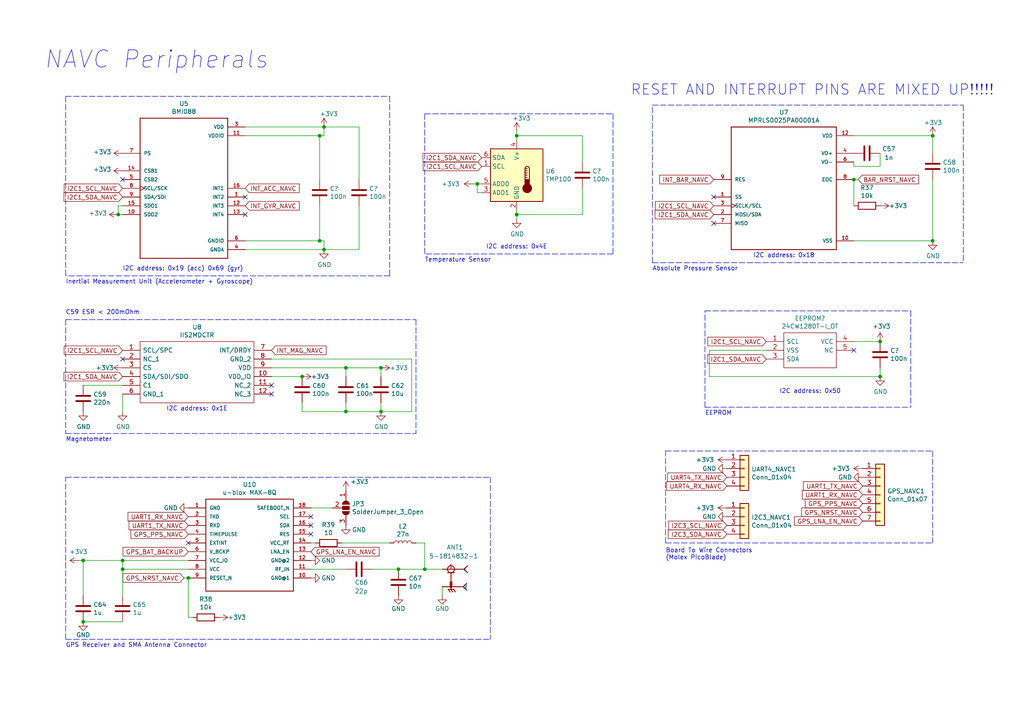
<source format=kicad_sch>
(kicad_sch (version 20231120) (generator "eeschema") (generator_version "8.0")
  (paper "A4")
  (title_block (title "NAVC Peripherals") (date "2019-10-27") (rev "0.1"))
  (lib_symbols
    (symbol "24CW1280T-I_OT:24CW1280T-I_OT" (pin_names (offset 0.762))
      (property "Reference" "IC" (at 21.59 7.62 0))
      (property "Value" "24CW1280T-I_OT" (at 21.59 5.08 0))
      (symbol "24CW1280T-I_OT_0_0"
        (pin bidirectional line (at 0 0 0) (length 5.08) (name "SCL") (number "1"))
        (pin bidirectional line (at 0 -2.54 0) (length 5.08) (name "VSS") (number "2"))
        (pin bidirectional line (at 0 -5.08 0) (length 5.08) (name "SDA") (number "3"))
        (pin bidirectional line (at 25.4 0 180) (length 5.08) (name "VCC") (number "4"))
        (pin bidirectional line (at 25.4 -2.54 180) (length 5.08) (name "NC") (number "5"))
      )
      (symbol "24CW1280T-I_OT_0_1"
        (polyline (pts (xy 5.08 2.54) (xy 20.32 2.54) (xy 20.32 -7.62) (xy 5.08 -7.62) (xy 5.08 2.54)) (stroke (width 0.1524)))
      )
    )
    (symbol "5-1814832-1:5-1814832-1" (pin_names (offset 1.016))
      (property "Reference" "J" (at -3.81 4.064 0))
      (property "Value" "5-1814832-1" (at -4.318 -5.588 0))
      (symbol "5-1814832-1_0_0"
        (circle (center 0 -2.54) (radius 0.254) (stroke (width 0.254)))
        (polyline (pts (xy -4.826 1.524) (xy -3.81 2.54)) (stroke (width 0.254)))
        (polyline (pts (xy -4.826 3.556) (xy -3.81 2.54)) (stroke (width 0.254)))
        (polyline (pts (xy -4.572 -3.556) (xy -3.556 -2.54)) (stroke (width 0.254)))
        (polyline (pts (xy -4.572 -1.524) (xy -3.556 -2.54)) (stroke (width 0.254)))
        (polyline (pts (xy -3.81 2.54) (xy 2.54 2.54)) (stroke (width 0.254)))
        (polyline (pts (xy -1.016 1.524) (xy 0 1.524)) (stroke (width 0.254)))
        (polyline (pts (xy -0.762 -3.302) (xy -1.27 -4.064)) (stroke (width 0.254)))
        (polyline (pts (xy 0 -3.302) (xy -0.762 -3.302)) (stroke (width 0.254)))
        (polyline (pts (xy 0 -3.302) (xy -0.508 -4.064)) (stroke (width 0.254)))
        (polyline (pts (xy 0 -3.302) (xy 0.762 -3.302)) (stroke (width 0.254)))
        (polyline (pts (xy 0 -2.54) (xy -3.556 -2.54)) (stroke (width 0.254)))
        (polyline (pts (xy 0 -2.54) (xy 0 -3.302)) (stroke (width 0.254)))
        (polyline (pts (xy 0 1.524) (xy 0 -2.54)) (stroke (width 0.254)))
        (polyline (pts (xy 0 1.524) (xy 1.016 1.524)) (stroke (width 0.254)))
        (polyline (pts (xy 0.762 -3.302) (xy 0.254 -4.064)) (stroke (width 0.254)))
        (polyline (pts (xy 2.54 -2.54) (xy 0 -2.54)) (stroke (width 0.254)))
        (circle (center 0 2.54) (radius 1.016) (stroke (width 0.254)))
        (pin passive line (at 2.54 2.54 180) (length 5.08) (name "1") (number "1"))
        (pin passive line (at 2.54 -2.54 180) (length 5.08) (name "2") (number "2"))
        (pin passive line (at 2.54 -2.54 180) (length 5.08) (name "2") (number "3"))
        (pin passive line (at 2.54 -2.54 180) (length 5.08) (name "2") (number "4"))
        (pin passive line (at 2.54 -2.54 180) (length 5.08) (name "2") (number "5"))
      )
    )
    (symbol "BMI088:BMI088" (pin_names (offset 1.016))
      (property "Reference" "U" (at -12.7 20.955 0))
      (property "Value" "BMI088" (at -12.7 -22.86 0))
      (symbol "BMI088_0_0"
        (polyline (pts (xy -12.7 -20.32) (xy -12.7 20.32)) (stroke (width 0.254)))
        (polyline (pts (xy -12.7 20.32) (xy 12.7 20.32)) (stroke (width 0.254)))
        (polyline (pts (xy 12.7 -20.32) (xy -12.7 -20.32)) (stroke (width 0.254)))
        (polyline (pts (xy 12.7 20.32) (xy 12.7 -20.32)) (stroke (width 0.254)))
        (pin bidirectional line (at 17.78 -2.54 180) (length 5.08) (name "INT2") (number "1"))
        (pin output line (at -17.78 -7.62 0) (length 5.08) (name "SDO2") (number "10"))
        (pin power_in line (at 17.78 15.24 180) (length 5.08) (name "VDDIO") (number "11"))
        (pin bidirectional line (at 17.78 -5.08 180) (length 5.08) (name "INT3") (number "12"))
        (pin bidirectional line (at 17.78 -7.62 180) (length 5.08) (name "INT4") (number "13"))
        (pin input line (at -17.78 5.08 0) (length 5.08) (name "CSB1") (number "14"))
        (pin output line (at -17.78 -5.08 0) (length 5.08) (name "SDO1") (number "15"))
        (pin bidirectional line (at 17.78 0 180) (length 5.08) (name "INT1") (number "16"))
        (pin power_in line (at 17.78 17.78 180) (length 5.08) (name "VDD") (number "3"))
        (pin power_in line (at 17.78 -17.78 180) (length 5.08) (name "GNDA") (number "4"))
        (pin input line (at -17.78 2.54 0) (length 5.08) (name "CSB2") (number "5"))
        (pin power_in line (at 17.78 -15.24 180) (length 5.08) (name "GNDIO") (number "6"))
        (pin input line (at -17.78 10.16 0) (length 5.08) (name "PS") (number "7"))
        (pin input clock (at -17.78 0 0) (length 5.08) (name "SCL/SCK") (number "8"))
        (pin bidirectional line (at -17.78 -2.54 0) (length 5.08) (name "SDA/SDI") (number "9"))
      )
    )
    (symbol "Connector_Generic:Conn_01x04" (pin_names (offset 1.016) hide)
      (property "Reference" "J" (at 0 5.08 0))
      (property "Value" "Conn_01x04" (at 0 -7.62 0))
      (symbol "Conn_01x04_1_1"
        (rectangle (start -1.27 -4.953) (end 0 -5.207) (stroke (width 0.1524)))
        (rectangle (start -1.27 -2.413) (end 0 -2.667) (stroke (width 0.1524)))
        (rectangle (start -1.27 0.127) (end 0 -0.127) (stroke (width 0.1524)))
        (rectangle (start -1.27 2.667) (end 0 2.413) (stroke (width 0.1524)))
        (rectangle (start -1.27 3.81) (end 1.27 -6.35) (stroke (width 0.254)) (fill (type background)))
        (pin passive line (at -5.08 2.54 0) (length 3.81) (name "Pin_1") (number "1"))
        (pin passive line (at -5.08 0 0) (length 3.81) (name "Pin_2") (number "2"))
        (pin passive line (at -5.08 -2.54 0) (length 3.81) (name "Pin_3") (number "3"))
        (pin passive line (at -5.08 -5.08 0) (length 3.81) (name "Pin_4") (number "4"))
      )
    )
    (symbol "Connector_Generic:Conn_01x07" (pin_names (offset 1.016) hide)
      (property "Reference" "J" (at 0 10.16 0))
      (property "Value" "Conn_01x07" (at 0 -10.16 0))
      (symbol "Conn_01x07_1_1"
        (rectangle (start -1.27 -7.493) (end 0 -7.747) (stroke (width 0.1524)))
        (rectangle (start -1.27 -4.953) (end 0 -5.207) (stroke (width 0.1524)))
        (rectangle (start -1.27 -2.413) (end 0 -2.667) (stroke (width 0.1524)))
        (rectangle (start -1.27 0.127) (end 0 -0.127) (stroke (width 0.1524)))
        (rectangle (start -1.27 2.667) (end 0 2.413) (stroke (width 0.1524)))
        (rectangle (start -1.27 5.207) (end 0 4.953) (stroke (width 0.1524)))
        (rectangle (start -1.27 7.747) (end 0 7.493) (stroke (width 0.1524)))
        (rectangle (start -1.27 8.89) (end 1.27 -8.89) (stroke (width 0.254)) (fill (type background)))
        (pin passive line (at -5.08 7.62 0) (length 3.81) (name "Pin_1") (number "1"))
        (pin passive line (at -5.08 5.08 0) (length 3.81) (name "Pin_2") (number "2"))
        (pin passive line (at -5.08 2.54 0) (length 3.81) (name "Pin_3") (number "3"))
        (pin passive line (at -5.08 0 0) (length 3.81) (name "Pin_4") (number "4"))
        (pin passive line (at -5.08 -2.54 0) (length 3.81) (name "Pin_5") (number "5"))
        (pin passive line (at -5.08 -5.08 0) (length 3.81) (name "Pin_6") (number "6"))
        (pin passive line (at -5.08 -7.62 0) (length 3.81) (name "Pin_7") (number "7"))
      )
    )
    (symbol "Device:C" (pin_numbers hide) (pin_names (offset 0.254))
      (property "Reference" "C" (at 0.635 2.54 0))
      (property "Value" "C" (at 0.635 -2.54 0))
      (symbol "C_0_1"
        (polyline (pts (xy -2.032 -0.762) (xy 2.032 -0.762)) (stroke (width 0.508)))
        (polyline (pts (xy -2.032 0.762) (xy 2.032 0.762)) (stroke (width 0.508)))
      )
      (symbol "C_1_1"
        (pin passive line (at 0 3.81 270) (length 2.794) (name "~") (number "1"))
        (pin passive line (at 0 -3.81 90) (length 2.794) (name "~") (number "2"))
      )
    )
    (symbol "Device:L" (pin_numbers hide) (pin_names (offset 1.016) hide)
      (property "Reference" "L" (at -1.27 0 90))
      (property "Value" "L" (at 1.905 0 90))
      (symbol "L_0_1"
        (arc (start 0 -2.54) (mid 0.6323 -1.905) (end 0 -1.27))
        (arc (start 0 -1.27) (mid 0.6323 -0.635) (end 0 0))
        (arc (start 0 0) (mid 0.6323 0.635) (end 0 1.27))
        (arc (start 0 1.27) (mid 0.6323 1.905) (end 0 2.54))
      )
      (symbol "L_1_1"
        (pin passive line (at 0 3.81 270) (length 1.27) (name "1") (number "1"))
        (pin passive line (at 0 -3.81 90) (length 1.27) (name "2") (number "2"))
      )
    )
    (symbol "Device:R" (pin_numbers hide) (pin_names (offset 0))
      (property "Reference" "R" (at 2.032 0 90))
      (property "Value" "R" (at 0 0 90))
      (symbol "R_0_1"
        (rectangle (start -1.016 -2.54) (end 1.016 2.54) (stroke (width 0.254)))
      )
      (symbol "R_1_1"
        (pin passive line (at 0 3.81 270) (length 1.27) (name "~") (number "1"))
        (pin passive line (at 0 -3.81 90) (length 1.27) (name "~") (number "2"))
      )
    )
    (symbol "Hades-rescue:+3.3V-power" (power) (pin_names (offset 0))
      (property "Value" "power:+3.3V" (at 0 3.556 0))
      (symbol "+3.3V-power_0_1"
        (polyline (pts (xy -0.762 1.27) (xy 0 2.54)))
        (polyline (pts (xy 0 0) (xy 0 2.54)))
        (polyline (pts (xy 0 2.54) (xy 0.762 1.27)))
      )
      (symbol "+3.3V-power_1_1"
        (pin power_in line (at 0 0 90) (length 0) hide (name "+3V3") (number "1"))
      )
    )
    (symbol "Hades-rescue:+3V3-power" (power) (pin_names (offset 0))
      (property "Value" "power:+3V3" (at 0 3.556 0))
      (symbol "+3V3-power_0_1"
        (polyline (pts (xy -0.762 1.27) (xy 0 2.54)))
        (polyline (pts (xy 0 0) (xy 0 2.54)))
        (polyline (pts (xy 0 2.54) (xy 0.762 1.27)))
      )
      (symbol "+3V3-power_1_1"
        (pin power_in line (at 0 0 90) (length 0) hide (name "+3V3") (number "1"))
      )
    )
    (symbol "Hades-rescue:GND-power" (power) (pin_names (offset 0))
      (property "Value" "power:GND" (at 0 -3.81 0))
      (symbol "GND-power_0_1"
        (polyline (pts (xy 0 0) (xy 0 -1.27) (xy 1.27 -1.27) (xy 0 -2.54) (xy -1.27 -1.27) (xy 0 -1.27)))
      )
      (symbol "GND-power_1_1"
        (pin power_in line (at 0 0 270) (length 0) hide (name "GND") (number "1"))
      )
    )
    (symbol "Hades-rescue:SolderJumper_3_Open-Jumper" (pin_names (offset 0) hide)
      (property "Reference" "JP" (at -2.54 -2.54 0))
      (property "Value" "Jumper:SolderJumper_3_Open" (at 0 2.794 0))
      (symbol "SolderJumper_3_Open-Jumper_0_1"
        (arc (start -1.016 1.016) (mid -2.032 0) (end -1.016 -1.016))
        (arc (start -1.016 1.016) (mid -2.032 0) (end -1.016 -1.016) (fill (type outline)))
        (rectangle (start -0.508 1.016) (end 0.508 -1.016) (fill (type outline)))
        (polyline (pts (xy -2.54 0) (xy -2.032 0)))
        (polyline (pts (xy -1.016 1.016) (xy -1.016 -1.016)))
        (polyline (pts (xy 0 -1.27) (xy 0 -1.016)))
        (polyline (pts (xy 1.016 1.016) (xy 1.016 -1.016)))
        (polyline (pts (xy 2.54 0) (xy 2.032 0)))
        (arc (start 1.016 -1.016) (mid 2.032 0) (end 1.016 1.016))
        (arc (start 1.016 -1.016) (mid 2.032 0) (end 1.016 1.016) (fill (type outline)))
      )
      (symbol "SolderJumper_3_Open-Jumper_1_1"
        (pin passive line (at -5.08 0 0) (length 2.54) (name "A") (number "1"))
        (pin input line (at 0 -3.81 90) (length 2.54) (name "C") (number "2"))
        (pin passive line (at 5.08 0 180) (length 2.54) (name "B") (number "3"))
      )
    )
    (symbol "IIS2MDCTR:IIS2MDCTR" (pin_names (offset 0.762))
      (property "Reference" "IC" (at 39.37 7.62 0))
      (property "Value" "IIS2MDCTR" (at 39.37 5.08 0))
      (symbol "IIS2MDCTR_0_0"
        (pin bidirectional line (at 0 0 0) (length 5.08) (name "SCL/SPC") (number "1"))
        (pin bidirectional line (at 43.18 -7.62 180) (length 5.08) (name "VDD_IO") (number "10"))
        (pin bidirectional line (at 43.18 -10.16 180) (length 5.08) (name "NC_2") (number "11"))
        (pin bidirectional line (at 43.18 -12.7 180) (length 5.08) (name "NC_3") (number "12"))
        (pin bidirectional line (at 0 -2.54 0) (length 5.08) (name "NC_1") (number "2"))
        (pin bidirectional line (at 0 -5.08 0) (length 5.08) (name "CS") (number "3"))
        (pin bidirectional line (at 0 -7.62 0) (length 5.08) (name "SDA/SDI/SDO") (number "4"))
        (pin bidirectional line (at 0 -10.16 0) (length 5.08) (name "C1") (number "5"))
        (pin bidirectional line (at 0 -12.7 0) (length 5.08) (name "GND_1") (number "6"))
        (pin bidirectional line (at 43.18 0 180) (length 5.08) (name "INT/DRDY") (number "7"))
        (pin bidirectional line (at 43.18 -2.54 180) (length 5.08) (name "GND_2") (number "8"))
        (pin bidirectional line (at 43.18 -5.08 180) (length 5.08) (name "VDD") (number "9"))
      )
      (symbol "IIS2MDCTR_0_1"
        (polyline (pts (xy 5.08 2.54) (xy 38.1 2.54) (xy 38.1 -15.24) (xy 5.08 -15.24) (xy 5.08 2.54)) (stroke (width 0.1524)))
      )
    )
    (symbol "MODULE-GPS-SMD-MAX-7Q-0_18P-9.6X10MM_:MODULE-GPS-SMD-MAX-7Q-0(18P-9.6X10MM)" (pin_names (offset 1.016))
      (property "Reference" "GPS" (at -8.89 16.5354 0))
      (property "Value" "MODULE-GPS-SMD-MAX-7Q-0(18P-9.6X10MM)" (at -8.89 13.9954 0))
      (symbol "MODULE-GPS-SMD-MAX-7Q-0(18P-9.6X10MM)_0_0"
        (polyline (pts (xy -12.7 -13.97) (xy -12.7 12.7)) (stroke (width 0.254)))
        (polyline (pts (xy -12.7 12.7) (xy 12.7 12.7)) (stroke (width 0.254)))
        (polyline (pts (xy 12.7 -13.97) (xy -12.7 -13.97)) (stroke (width 0.254)))
        (polyline (pts (xy 12.7 12.7) (xy 12.7 -13.97)) (stroke (width 0.254)))
        (pin power_in line (at -17.78 10.16 0) (length 5.08) (name "GND") (number "1"))
        (pin bidirectional line (at 17.78 -10.16 180) (length 5.08) (name "GND@1") (number "10"))
        (pin input line (at 17.78 -7.62 180) (length 5.08) (name "RF_IN") (number "11"))
        (pin bidirectional line (at 17.78 -5.08 180) (length 5.08) (name "GND@2") (number "12"))
        (pin input line (at 17.78 -2.54 180) (length 5.08) (name "LNA_EN") (number "13"))
        (pin bidirectional line (at 17.78 0 180) (length 5.08) (name "VCC_RF") (number "14"))
        (pin bidirectional line (at 17.78 2.54 180) (length 5.08) (name "RES") (number "15"))
        (pin bidirectional line (at 17.78 5.08 180) (length 5.08) (name "SDA") (number "16"))
        (pin bidirectional line (at 17.78 7.62 180) (length 5.08) (name "SCL") (number "17"))
        (pin input line (at 17.78 10.16 180) (length 5.08) (name "SAFEBOOT_N") (number "18"))
        (pin output line (at -17.78 7.62 0) (length 5.08) (name "TXD") (number "2"))
        (pin input line (at -17.78 5.08 0) (length 5.08) (name "RXD") (number "3"))
        (pin output line (at -17.78 2.54 0) (length 5.08) (name "TIMEPULSE") (number "4"))
        (pin input line (at -17.78 0 0) (length 5.08) (name "EXTINT") (number "5"))
        (pin power_in line (at -17.78 -2.54 0) (length 5.08) (name "V_BCKP") (number "6"))
        (pin power_in line (at -17.78 -5.08 0) (length 5.08) (name "VCC_IO") (number "7"))
        (pin power_in line (at -17.78 -7.62 0) (length 5.08) (name "VCC") (number "8"))
        (pin input line (at -17.78 -10.16 0) (length 5.08) (name "RESET_N") (number "9"))
      )
    )
    (symbol "MPRLS0025PA00001A:MPRLS0025PA00001A" (pin_names (offset 1.016))
      (property "Reference" "U" (at -15.2654 17.8054 0))
      (property "Value" "MPRLS0025PA00001A" (at -15.24 -20.3454 0))
      (symbol "MPRLS0025PA00001A_0_0"
        (polyline (pts (xy -15.24 -17.78) (xy -15.24 17.78)) (stroke (width 0.254)))
        (polyline (pts (xy -15.24 17.78) (xy 15.24 17.78)) (stroke (width 0.254)))
        (polyline (pts (xy 15.24 -17.78) (xy -15.24 -17.78)) (stroke (width 0.254)))
        (polyline (pts (xy 15.24 17.78) (xy 15.24 -17.78)) (stroke (width 0.254)))
        (pin input line (at -20.32 -2.54 0) (length 5.08) (name "SS") (number "1"))
        (pin power_in line (at 20.32 -15.24 180) (length 5.08) (name "VSS") (number "10"))
        (pin power_in line (at 20.32 15.24 180) (length 5.08) (name "VDD") (number "12"))
        (pin bidirectional line (at -20.32 -7.62 0) (length 5.08) (name "MOSI/SDA") (number "2"))
        (pin input clock (at -20.32 -5.08 0) (length 5.08) (name "SCLK/SCL") (number "3"))
        (pin output line (at 20.32 10.16 180) (length 5.08) (name "VO+") (number "4"))
        (pin output line (at 20.32 7.62 180) (length 5.08) (name "VO-") (number "6"))
        (pin output line (at -20.32 -10.16 0) (length 5.08) (name "MISO") (number "7"))
        (pin output line (at 20.32 2.54 180) (length 5.08) (name "EOC") (number "8"))
        (pin input line (at -20.32 2.54 0) (length 5.08) (name "RES") (number "9"))
      )
    )
    (symbol "Sensor_Temperature:TMP100"
      (property "Reference" "U" (at 10.16 6.35 0))
      (property "Value" "TMP100" (at 12.7 3.81 0))
      (symbol "TMP100_0_1"
        (rectangle (start -7.62 7.62) (end 7.62 -7.62) (stroke (width 0.254)) (fill (type background)))
      )
      (symbol "TMP100_1_1"
        (polyline (pts (xy 2.413 -0.635) (xy 3.048 -0.635)) (stroke (width 0.254)))
        (polyline (pts (xy 2.413 0) (xy 3.048 0)) (stroke (width 0.254)))
        (polyline (pts (xy 2.413 0.635) (xy 3.048 0.635)) (stroke (width 0.254)))
        (polyline (pts (xy 2.413 1.27) (xy 3.048 1.27)) (stroke (width 0.254)))
        (polyline (pts (xy 2.413 1.905) (xy 2.413 -1.27)) (stroke (width 0.254)))
        (polyline (pts (xy 2.413 1.905) (xy 3.048 1.905)) (stroke (width 0.254)))
        (polyline (pts (xy 3.683 1.905) (xy 3.683 -1.27)) (stroke (width 0.254)))
        (circle (center 3.048 -3.81) (radius 1.27) (stroke (width 0.254)) (fill (type outline)))
        (rectangle (start 3.683 -3.175) (end 2.413 -1.27) (stroke (width 0.254)) (fill (type outline)))
        (arc (start 3.683 1.905) (mid 3.048 2.5373) (end 2.413 1.905) (stroke (width 0.254)))
        (pin input line (at -10.16 2.54 0) (length 2.54) (name "SCL") (number "1"))
        (pin power_in line (at 0 -10.16 90) (length 2.54) (name "GND") (number "2"))
        (pin input line (at -10.16 -5.08 0) (length 2.54) (name "ADD1") (number "3"))
        (pin power_in line (at 0 10.16 270) (length 2.54) (name "V+") (number "4"))
        (pin input line (at -10.16 -2.54 0) (length 2.54) (name "ADD0") (number "5"))
        (pin bidirectional line (at -10.16 5.08 0) (length 2.54) (name "SDA") (number "6"))
      )
    )
  )
  (junction (at 255.27 99.06))
  (junction (at 35.56 162.56))
  (junction (at 123.19 165.1))
  (junction (at 24.13 180.34))
  (junction (at 92.71 69.85))
  (junction (at 100.33 119.38))
  (junction (at 54.61 167.64))
  (junction (at 34.29 62.23))
  (junction (at 110.49 119.38))
  (junction (at 93.98 36.83))
  (junction (at 110.49 106.68))
  (junction (at 138.43 53.34))
  (junction (at 270.51 69.85))
  (junction (at 149.86 39.37))
  (junction (at 270.51 39.37))
  (junction (at 255.27 109.22))
  (junction (at 115.57 165.1))
  (junction (at 247.65 52.07))
  (junction (at 93.98 72.39))
  (junction (at 87.63 109.22))
  (junction (at 24.13 162.56))
  (junction (at 35.56 165.1))
  (junction (at 100.33 106.68))
  (junction (at 92.71 39.37))
  (junction (at 149.86 62.23))
  (no_connect (at 71.12 57.15))
  (no_connect (at 54.61 157.48))
  (no_connect (at 35.56 52.07))
  (no_connect (at 90.17 154.94))
  (no_connect (at 90.17 152.4))
  (no_connect (at 35.56 104.14))
  (no_connect (at 71.12 62.23))
  (no_connect (at 78.74 114.3))
  (no_connect (at 90.17 149.86))
  (no_connect (at 247.65 101.6))
  (no_connect (at 207.01 64.77))
  (no_connect (at 207.01 57.15))
  (no_connect (at 78.74 111.76))
  (wire (pts (xy 24.13 172.72) (xy 24.13 162.56)))
  (wire (pts (xy 35.56 165.1) (xy 35.56 172.72)))
  (wire (pts (xy 100.33 106.68) (xy 78.74 106.68)))
  (polyline (pts (xy 177.8 73.66) (xy 123.19 73.66)) (stroke (width 0) (type dash)))
  (polyline (pts (xy 264.16 90.17) (xy 264.16 118.11)) (stroke (width 0) (type dash)))
  (wire (pts (xy 54.61 179.07) (xy 55.88 179.07)))
  (wire (pts (xy 168.91 39.37) (xy 149.86 39.37)))
  (wire (pts (xy 92.71 59.69) (xy 92.71 69.85)))
  (polyline (pts (xy 19.05 138.43) (xy 142.24 138.43)) (stroke (width 0) (type dash)))
  (wire (pts (xy 78.74 104.14) (xy 119.38 104.14)))
  (polyline (pts (xy 19.05 185.42) (xy 19.05 138.43)) (stroke (width 0) (type dash)))
  (wire (pts (xy 247.65 46.99) (xy 247.65 48.26)))
  (wire (pts (xy 110.49 109.22) (xy 110.49 106.68)))
  (wire (pts (xy 110.49 119.38) (xy 110.49 116.84)))
  (wire (pts (xy 247.65 59.69) (xy 247.65 52.07)))
  (polyline (pts (xy 189.23 76.2) (xy 189.23 30.48)) (stroke (width 0) (type dash)))
  (wire (pts (xy 104.14 52.07) (xy 104.14 36.83)))
  (wire (pts (xy 71.12 69.85) (xy 92.71 69.85)))
  (wire (pts (xy 255.27 109.22) (xy 255.27 106.68)))
  (wire (pts (xy 149.86 38.1) (xy 149.86 39.37)))
  (polyline (pts (xy 193.04 157.48) (xy 193.04 130.81)) (stroke (width 0) (type dash)))
  (wire (pts (xy 54.61 167.64) (xy 53.34 167.64)))
  (wire (pts (xy 92.71 39.37) (xy 93.98 39.37)))
  (wire (pts (xy 128.27 172.72) (xy 128.27 170.18)))
  (wire (pts (xy 24.13 180.34) (xy 35.56 180.34)))
  (wire (pts (xy 247.65 99.06) (xy 255.27 99.06)))
  (wire (pts (xy 100.33 165.1) (xy 90.17 165.1)))
  (wire (pts (xy 107.95 165.1) (xy 115.57 165.1)))
  (wire (pts (xy 91.44 157.48) (xy 90.17 157.48)))
  (wire (pts (xy 71.12 72.39) (xy 93.98 72.39)))
  (polyline (pts (xy 19.05 125.73) (xy 120.65 125.73)) (stroke (width 0) (type dash)))
  (wire (pts (xy 110.49 106.68) (xy 100.33 106.68)))
  (wire (pts (xy 247.65 48.26) (xy 255.27 48.26)))
  (polyline (pts (xy 123.19 33.02) (xy 177.8 33.02)) (stroke (width 0) (type dash)))
  (wire (pts (xy 87.63 116.84) (xy 87.63 119.38)))
  (wire (pts (xy 168.91 54.61) (xy 168.91 62.23)))
  (wire (pts (xy 24.13 162.56) (xy 35.56 162.56)))
  (polyline (pts (xy 113.03 80.01) (xy 19.05 80.01)) (stroke (width 0) (type dash)))
  (wire (pts (xy 54.61 179.07) (xy 54.61 167.64)))
  (polyline (pts (xy 193.04 130.81) (xy 270.51 130.81)) (stroke (width 0) (type dash)))
  (wire (pts (xy 138.43 53.34) (xy 139.7 53.34)))
  (wire (pts (xy 22.86 162.56) (xy 24.13 162.56)))
  (wire (pts (xy 34.29 59.69) (xy 35.56 59.69)))
  (wire (pts (xy 138.43 55.88) (xy 138.43 53.34)))
  (polyline (pts (xy 142.24 138.43) (xy 142.24 185.42)) (stroke (width 0) (type dash)))
  (polyline (pts (xy 19.05 185.42) (xy 142.24 185.42)) (stroke (width 0) (type dash)))
  (wire (pts (xy 255.27 48.26) (xy 255.27 44.45)))
  (wire (pts (xy 24.13 111.76) (xy 35.56 111.76)))
  (wire (pts (xy 137.16 53.34) (xy 138.43 53.34)))
  (wire (pts (xy 93.98 39.37) (xy 93.98 36.83)))
  (wire (pts (xy 92.71 69.85) (xy 93.98 69.85)))
  (wire (pts (xy 123.19 157.48) (xy 123.19 165.1)))
  (wire (pts (xy 119.38 104.14) (xy 119.38 119.38)))
  (polyline (pts (xy 204.47 90.17) (xy 264.16 90.17)) (stroke (width 0) (type dash)))
  (wire (pts (xy 205.74 109.22) (xy 205.74 101.6)))
  (wire (pts (xy 247.65 52.07) (xy 248.92 52.07)))
  (wire (pts (xy 35.56 165.1) (xy 54.61 165.1)))
  (wire (pts (xy 35.56 162.56) (xy 54.61 162.56)))
  (wire (pts (xy 93.98 69.85) (xy 93.98 72.39)))
  (wire (pts (xy 71.12 39.37) (xy 92.71 39.37)))
  (polyline (pts (xy 19.05 27.94) (xy 19.05 80.01)) (stroke (width 0) (type dash)))
  (wire (pts (xy 270.51 52.07) (xy 270.51 69.85)))
  (wire (pts (xy 90.17 147.32) (xy 96.52 147.32)))
  (wire (pts (xy 104.14 36.83) (xy 93.98 36.83)))
  (wire (pts (xy 34.29 62.23) (xy 35.56 62.23)))
  (polyline (pts (xy 204.47 118.11) (xy 204.47 90.17)) (stroke (width 0) (type dash)))
  (wire (pts (xy 168.91 46.99) (xy 168.91 39.37)))
  (wire (pts (xy 87.63 119.38) (xy 100.33 119.38)))
  (wire (pts (xy 104.14 59.69) (xy 104.14 72.39)))
  (wire (pts (xy 100.33 109.22) (xy 100.33 106.68)))
  (polyline (pts (xy 204.47 118.11) (xy 264.16 118.11)) (stroke (width 0) (type dash)))
  (wire (pts (xy 34.29 59.69) (xy 34.29 62.23)))
  (polyline (pts (xy 19.05 92.71) (xy 120.65 92.71)) (stroke (width 0) (type dash)))
  (wire (pts (xy 115.57 165.1) (xy 123.19 165.1)))
  (wire (pts (xy 100.33 119.38) (xy 110.49 119.38)))
  (polyline (pts (xy 19.05 92.71) (xy 19.05 125.73)) (stroke (width 0) (type dash)))
  (polyline (pts (xy 123.19 33.02) (xy 123.19 73.66)) (stroke (width 0) (type dash)))
  (wire (pts (xy 149.86 39.37) (xy 149.86 40.64)))
  (polyline (pts (xy 120.65 92.71) (xy 120.65 125.73)) (stroke (width 0) (type dash)))
  (wire (pts (xy 100.33 116.84) (xy 100.33 119.38)))
  (polyline (pts (xy 19.05 27.94) (xy 113.03 27.94)) (stroke (width 0) (type dash)))
  (polyline (pts (xy 177.8 33.02) (xy 177.8 73.66)) (stroke (width 0) (type dash)))
  (wire (pts (xy 247.65 69.85) (xy 270.51 69.85)))
  (wire (pts (xy 270.51 39.37) (xy 247.65 39.37)))
  (polyline (pts (xy 279.4 30.48) (xy 279.4 76.2)) (stroke (width 0) (type dash)))
  (wire (pts (xy 149.86 62.23) (xy 149.86 60.96)))
  (wire (pts (xy 110.49 119.38) (xy 119.38 119.38)))
  (wire (pts (xy 120.65 157.48) (xy 123.19 157.48)))
  (wire (pts (xy 205.74 101.6) (xy 222.25 101.6)))
  (wire (pts (xy 99.06 157.48) (xy 113.03 157.48)))
  (polyline (pts (xy 113.03 27.94) (xy 113.03 80.01)) (stroke (width 0) (type dash)))
  (wire (pts (xy 149.86 63.5) (xy 149.86 62.23)))
  (wire (pts (xy 104.14 72.39) (xy 93.98 72.39)))
  (wire (pts (xy 128.27 165.1) (xy 123.19 165.1)))
  (wire (pts (xy 71.12 36.83) (xy 93.98 36.83)))
  (polyline (pts (xy 270.51 130.81) (xy 270.51 157.48)) (stroke (width 0) (type dash)))
  (polyline (pts (xy 189.23 30.48) (xy 279.4 30.48)) (stroke (width 0) (type dash)))
  (wire (pts (xy 168.91 62.23) (xy 149.86 62.23)))
  (wire (pts (xy 35.56 119.38) (xy 35.56 114.3)))
  (polyline (pts (xy 193.04 157.48) (xy 270.51 157.48)) (stroke (width 0) (type dash)))
  (wire (pts (xy 87.63 109.22) (xy 78.74 109.22)))
  (polyline (pts (xy 189.23 76.2) (xy 279.4 76.2)) (stroke (width 0) (type dash)))
  (wire (pts (xy 270.51 44.45) (xy 270.51 39.37)))
  (wire (pts (xy 35.56 165.1) (xy 35.56 162.56)))
  (wire (pts (xy 139.7 55.88) (xy 138.43 55.88)))
  (wire (pts (xy 205.74 109.22) (xy 255.27 109.22)))
  (wire (pts (xy 92.71 52.07) (xy 92.71 39.37)))
  (text "Absolute Pressure Sensor" (at 189.23 78.74 0) (effects (font (size 1.27 1.27)) (justify left bottom)))
  (text "Board To Wire Connectors\n(Molex PicoBlade)" (at 193.04 162.56 0) (effects (font (size 1.27 1.27)) (justify left bottom)))
  (text "EEPROM" (at 204.47 120.65 0) (effects (font (size 1.27 1.27)) (justify left bottom)))
  (text "I2C address: 0x4E" (at 140.97 72.39 0) (effects (font (size 1.27 1.27)) (justify left bottom)))
  (text "C59 ESR < 200mOhm" (at 19.05 91.44 0) (effects (font (size 1.27 1.27)) (justify left bottom)))
  (text "I2C address: 0x50" (at 226.06 114.3 0) (effects (font (size 1.27 1.27)) (justify left bottom)))
  (text "I2C address: 0x1E" (at 48.26 119.38 0) (effects (font (size 1.27 1.27)) (justify left bottom)))
  (text "Inertial Measurement Unit (Accelerometer + Gyroscope)" (at 19.05 82.55 0) (effects (font (size 1.27 1.27)) (justify left bottom)))
  (text "NAVC Peripherals" (at 12.7 20.32 0) (effects (font (size 5.0038 5.0038) (italic yes)) (justify left bottom)))
  (text "Magnetometer" (at 19.05 128.27 0) (effects (font (size 1.27 1.27)) (justify left bottom)))
  (text "GPS Receiver and SMA Antenna Connector" (at 19.05 187.96 0) (effects (font (size 1.27 1.27)) (justify left bottom)))
  (text "Temperature Sensor" (at 123.19 76.2 0) (effects (font (size 1.27 1.27)) (justify left bottom)))
  (text "I2C address: 0x19 (acc) 0x69 (gyr)" (at 35.56 78.74 0) (effects (font (size 1.27 1.27)) (justify left bottom)))
  (text "RESET AND INTERRUPT PINS ARE MIXED UP!!!!!" (at 182.88 27.94 0) (effects (font (size 2.9972 2.9972)) (justify left bottom)))
  (text "I2C address: 0x18" (at 218.44 74.93 0) (effects (font (size 1.27 1.27)) (justify left bottom)))
  (global_label "INT_MAG_NAVC" (shape input) (at 78.74 101.6 0) (property "Intersheetrefs" "${INTERSHEET_REFS}" (effects (hide yes))))
  (global_label "BAR_NRST_NAVC" (shape input) (at 248.92 52.07 0) (property "Intersheetrefs" "${INTERSHEET_REFS}" (effects (hide yes))))
  (global_label "I2C3_SDA_NAVC" (shape input) (at 210.82 154.94 180) (property "Intersheetrefs" "${INTERSHEET_REFS}" (effects (hide yes))))
  (global_label "UART1_TX_NAVC" (shape input) (at 54.61 152.4 180) (property "Intersheetrefs" "${INTERSHEET_REFS}" (effects (hide yes))))
  (global_label "GPS_LNA_EN_NAVC" (shape input) (at 90.17 160.02 0) (property "Intersheetrefs" "${INTERSHEET_REFS}" (effects (hide yes))))
  (global_label "GPS_NRST_NAVC" (shape input) (at 53.34 167.64 180) (property "Intersheetrefs" "${INTERSHEET_REFS}" (effects (hide yes))))
  (global_label "I2C1_SDA_NAVC" (shape input) (at 139.7 45.72 180) (property "Intersheetrefs" "${INTERSHEET_REFS}" (effects (hide yes))))
  (global_label "INT_ACC_NAVC" (shape input) (at 71.12 54.61 0) (property "Intersheetrefs" "${INTERSHEET_REFS}" (effects (hide yes))))
  (global_label "I2C1_SCL_NAVC" (shape input) (at 35.56 54.61 180) (property "Intersheetrefs" "${INTERSHEET_REFS}" (effects (hide yes))))
  (global_label "I2C3_SCL_NAVC" (shape input) (at 210.82 152.4 180) (property "Intersheetrefs" "${INTERSHEET_REFS}" (effects (hide yes))))
  (global_label "I2C1_SCL_NAVC" (shape input) (at 222.25 99.06 180) (property "Intersheetrefs" "${INTERSHEET_REFS}" (effects (hide yes))))
  (global_label "I2C1_SDA_NAVC" (shape input) (at 35.56 109.22 180) (property "Intersheetrefs" "${INTERSHEET_REFS}" (effects (hide yes))))
  (global_label "I2C1_SCL_NAVC" (shape input) (at 35.56 101.6 180) (property "Intersheetrefs" "${INTERSHEET_REFS}" (effects (hide yes))))
  (global_label "GPS_LNA_EN_NAVC" (shape input) (at 250.19 151.13 180) (property "Intersheetrefs" "${INTERSHEET_REFS}" (effects (hide yes))))
  (global_label "UART4_RX_NAVC" (shape input) (at 210.82 140.97 180) (property "Intersheetrefs" "${INTERSHEET_REFS}" (effects (hide yes))))
  (global_label "I2C1_SDA_NAVC" (shape input) (at 35.56 57.15 180) (property "Intersheetrefs" "${INTERSHEET_REFS}" (effects (hide yes))))
  (global_label "UART1_RX_NAVC" (shape input) (at 54.61 149.86 180) (property "Intersheetrefs" "${INTERSHEET_REFS}" (effects (hide yes))))
  (global_label "I2C1_SDA_NAVC" (shape input) (at 207.01 62.23 180) (property "Intersheetrefs" "${INTERSHEET_REFS}" (effects (hide yes))))
  (global_label "GPS_NRST_NAVC" (shape input) (at 250.19 148.59 180) (property "Intersheetrefs" "${INTERSHEET_REFS}" (effects (hide yes))))
  (global_label "UART4_TX_NAVC" (shape input) (at 210.82 138.43 180) (property "Intersheetrefs" "${INTERSHEET_REFS}" (effects (hide yes))))
  (global_label "GPS_PPS_NAVC" (shape input) (at 54.61 154.94 180) (property "Intersheetrefs" "${INTERSHEET_REFS}" (effects (hide yes))))
  (global_label "GPS_BAT_BACKUP" (shape input) (at 54.61 160.02 180) (property "Intersheetrefs" "${INTERSHEET_REFS}" (effects (hide yes))))
  (global_label "I2C1_SCL_NAVC" (shape input) (at 207.01 59.69 180) (property "Intersheetrefs" "${INTERSHEET_REFS}" (effects (hide yes))))
  (global_label "GPS_PPS_NAVC" (shape input) (at 250.19 146.05 180) (property "Intersheetrefs" "${INTERSHEET_REFS}" (effects (hide yes))))
  (global_label "UART1_TX_NAVC" (shape input) (at 250.19 140.97 180) (property "Intersheetrefs" "${INTERSHEET_REFS}" (effects (hide yes))))
  (global_label "I2C1_SDA_NAVC" (shape input) (at 222.25 104.14 180) (property "Intersheetrefs" "${INTERSHEET_REFS}" (effects (hide yes))))
  (global_label "INT_BAR_NAVC" (shape input) (at 207.01 52.07 180) (property "Intersheetrefs" "${INTERSHEET_REFS}" (effects (hide yes))))
  (global_label "UART1_RX_NAVC" (shape input) (at 250.19 143.51 180) (property "Intersheetrefs" "${INTERSHEET_REFS}" (effects (hide yes))))
  (global_label "INT_GYR_NAVC" (shape input) (at 71.12 59.69 0) (property "Intersheetrefs" "${INTERSHEET_REFS}" (effects (hide yes))))
  (global_label "I2C1_SCL_NAVC" (shape input) (at 139.7 48.26 180) (property "Intersheetrefs" "${INTERSHEET_REFS}" (effects (hide yes))))
  (symbol (lib_id "Hades-rescue:GND-power") (at 93.98 72.39 0) (unit 1)
    (property "Reference" "#PWR0138" (effects (hide yes)))
    (property "Value" "GND" (at 94.107 76.7842 0))
    (instances (project "" (path "" (reference "#PWR?") (unit 1)) (path "" (reference "#PWR0138") (unit 1))))
  )
  (symbol (lib_id "Hades-rescue:+3.3V-power") (at 93.98 36.83 0) (unit 1)
    (property "Reference" "#PWR0137" (effects (hide yes)))
    (property "Value" "+3V3" (at 92.71 33.02 0) (effects (justify left)))
    (instances (project "" (path "" (reference "#PWR?") (unit 1)) (path "" (reference "#PWR0137") (unit 1))))
  )
  (symbol (lib_id "Device:C") (at 92.71 55.88 0) (unit 1)
    (property "Reference" "C54" (at 95.631 54.7116 0) (effects (justify left)))
    (property "Value" "100n" (at 95.631 57.023 0) (effects (justify left)))
    (property "Footprint" "Capacitor_SMD:C_0402_1005Metric" (effects (hide yes)))
    (instances (project "" (path "" (reference "C?") (unit 1)) (path "" (reference "C54") (unit 1))))
  )
  (symbol (lib_id "Hades-rescue:+3.3V-power") (at 35.56 44.45 90) (unit 1)
    (property "Reference" "#PWR0127" (effects (hide yes)))
    (property "Value" "+3V3" (at 32.3088 44.069 90) (effects (justify left)))
    (instances (project "" (path "" (reference "#PWR?") (unit 1)) (path "" (reference "#PWR0127") (unit 1))))
  )
  (symbol (lib_id "Hades-rescue:+3.3V-power") (at 35.56 49.53 90) (unit 1)
    (property "Reference" "#PWR0128" (effects (hide yes)))
    (property "Value" "+3V3" (at 32.3088 49.149 90) (effects (justify left)))
    (instances (project "" (path "" (reference "#PWR?") (unit 1)) (path "" (reference "#PWR0128") (unit 1))))
  )
  (symbol (lib_id "Hades-rescue:+3.3V-power") (at 34.29 62.23 90) (unit 1)
    (property "Reference" "#PWR0126" (effects (hide yes)))
    (property "Value" "+3V3" (at 31.0388 61.849 90) (effects (justify left)))
    (instances (project "" (path "" (reference "#PWR?") (unit 1)) (path "" (reference "#PWR0126") (unit 1))))
  )
  (symbol (lib_id "Device:C") (at 104.14 55.88 0) (unit 1)
    (property "Reference" "C55" (at 107.061 54.7116 0) (effects (justify left)))
    (property "Value" "100n" (at 107.061 57.023 0) (effects (justify left)))
    (property "Footprint" "Capacitor_SMD:C_0402_1005Metric" (effects (hide yes)))
    (instances (project "" (path "" (reference "C?") (unit 1)) (path "" (reference "C55") (unit 1))))
  )
  (symbol (lib_id "Device:C") (at 104.14 165.1 270) (unit 1)
    (property "Reference" "C66" (at 102.87 168.91 90) (effects (justify left)))
    (property "Value" "22p" (at 102.87 171.45 90) (effects (justify left)))
    (property "Footprint" "Capacitor_SMD:C_0402_1005Metric" (effects (hide yes)))
  )
  (symbol (lib_id "Hades-rescue:GND-power") (at 24.13 119.38 0) (unit 1)
    (property "Reference" "#PWR0124" (effects (hide yes)))
    (property "Value" "GND" (at 24.257 123.7742 0))
    (instances (project "" (path "" (reference "#PWR?") (unit 1)) (path "" (reference "#PWR0124") (unit 1))))
  )
  (symbol (lib_id "IIS2MDCTR:IIS2MDCTR") (at 35.56 101.6 0) (unit 1)
    (property "Reference" "U8" (at 57.15 94.869 0))
    (property "Value" "IIS2MDCTR" (at 57.15 97.1804 0))
    (property "Footprint" "IIS2MDCTR:IIS2MDCTR" (effects (hide yes)))
    (property "Datasheet" "https://www.st.com/resource/en/datasheet/iis2mdc.pdf" (effects (hide yes)))
    (property "Description" "STMICROELECTRONICS - IIS2MDCTR - MEMS MODULE, 3-AXIS MAGNETOMETER, LGA-12" (effects (hide yes)))
    (property "Height" "0.7" (effects (hide yes)))
    (property "Manufacturer_Name" "STMicroelectronics" (effects (hide yes)))
    (property "Manufacturer_Part_Number" "IIS2MDCTR" (effects (hide yes)))
    (property "Mouser Part Number" "511-IIS2MDCTR" (effects (hide yes)))
    (property "Mouser Price/Stock" "https://www.mouser.com/Search/Refine.aspx?Keyword=511-IIS2MDCTR" (effects (hide yes)))
  )
  (symbol (lib_name "BMI088:BMI088") (lib_id "BMI088:BMI088") (at 53.34 54.61 0) (unit 1)
    (property "Reference" "U5" (at 53.34 30.0482 0))
    (property "Value" "BMI088" (at 53.34 32.3596 0))
    (property "Footprint" "BMI088:PQFN50P450X300X100-16N" (effects (hide yes)))
    (property "Field4" "None" (effects (hide yes)))
    (property "Field5" "VFLGA-16 Bosch Sensortec" (effects (hide yes)))
    (property "Field6" "Bosch Sensortec" (effects (hide yes)))
    (property "Field7" "High-performance 6-axis inertial sensor _accelerometer + gyroscope_" (effects (hide yes)))
    (property "Field8" "Unavailable" (effects (hide yes)))
  )
  (symbol (lib_id "Sensor_Temperature:TMP100") (at 149.86 50.8 0) (unit 1)
    (property "Reference" "U6" (at 158.242 49.6316 0) (effects (justify left)))
    (property "Value" "TMP100" (at 158.242 51.943 0) (effects (justify left)))
    (property "Footprint" "Package_TO_SOT_SMD:SOT-23-6" (effects (hide yes)))
    (property "Datasheet" "http://www.ti.com/lit/gpn/tmp100" (effects (hide yes)))
  )
  (symbol (lib_id "Hades-rescue:+3.3V-power") (at 137.16 53.34 90) (unit 1)
    (property "Reference" "#PWR0145" (effects (hide yes)))
    (property "Value" "+3V3" (at 133.35 53.34 90) (effects (justify left)))
    (instances (project "" (path "" (reference "#PWR?") (unit 1)) (path "" (reference "#PWR0145") (unit 1))))
  )
  (symbol (lib_id "Hades-rescue:GND-power") (at 149.86 63.5 0) (unit 1)
    (property "Reference" "#PWR0147" (effects (hide yes)))
    (property "Value" "GND" (at 149.987 67.8942 0))
    (instances (project "" (path "" (reference "#PWR?") (unit 1)) (path "" (reference "#PWR0147") (unit 1))))
  )
  (symbol (lib_id "Hades-rescue:+3.3V-power") (at 149.86 38.1 0) (unit 1)
    (property "Reference" "#PWR0146" (effects (hide yes)))
    (property "Value" "+3V3" (at 148.59 34.29 0) (effects (justify left)))
    (instances (project "" (path "" (reference "#PWR?") (unit 1)) (path "" (reference "#PWR0146") (unit 1))))
  )
  (symbol (lib_id "Device:C") (at 168.91 50.8 0) (unit 1)
    (property "Reference" "C56" (at 171.831 49.6316 0) (effects (justify left)))
    (property "Value" "100n" (at 171.831 51.943 0) (effects (justify left)))
    (property "Footprint" "Capacitor_SMD:C_0402_1005Metric" (effects (hide yes)))
    (instances (project "" (path "" (reference "C?") (unit 1)) (path "" (reference "C56") (unit 1))))
  )
  (symbol (lib_id "24CW1280T-I_OT:24CW1280T-I_OT") (at 222.25 99.06 0) (unit 1)
    (property "Reference" "EEPROM?" (at 234.95 92.329 0))
    (property "Value" "24CW1280T-I_OT" (at 234.95 94.6404 0))
    (property "Footprint" "24CW1280T-I_OT:SOT95P280X145-5N" (effects (hide yes)))
    (property "Datasheet" "http://ww1.microchip.com/downloads/en/DeviceDoc/24CW16X-24CW32X-24CW64X-24CW128X-Data-Sheet-20005772B.pdf" (effects (hide yes)))
    (property "Description" "MICROCHIP - 24CW1280T-I/OT - EEPROM, 128KBIT, -40 TO 85DEG C" (effects (hide yes)))
    (property "Height" "1.45" (effects (hide yes)))
    (property "Manufacturer_Name" "Microchip" (effects (hide yes)))
    (property "Manufacturer_Part_Number" "24CW1280T-I/OT" (effects (hide yes)))
    (property "Mouser Part Number" "579-24CW1280T-I/OT" (effects (hide yes)))
    (property "Mouser Price/Stock" "https://www.mouser.com/Search/Refine.aspx?Keyword=579-24CW1280T-I%2FOT" (effects (hide yes)))
    (property "RS Part Number" "1871851" (effects (hide yes)))
    (property "RS Price/Stock" "http://uk.rs-online.com/web/p/products/1871851" (effects (hide yes)))
    (instances (project "" (path "" (reference "EEPROM?") (unit 1)) (path "" (reference "EEPROM?") (unit 1)) (path "" (reference "U9") (unit 1)) (path "" (reference "EEPROM?") (unit 1))))
  )
  (symbol (lib_id "Device:C") (at 255.27 102.87 0) (unit 1)
    (property "Reference" "C?" (at 258.191 101.7016 0) (effects (justify left)))
    (property "Value" "100n" (at 258.191 104.013 0) (effects (justify left)))
    (property "Footprint" "Capacitor_SMD:C_0402_1005Metric" (effects (hide yes)))
    (instances (project "" (path "" (reference "C?") (unit 1)) (path "" (reference "C?") (unit 1)) (path "" (reference "C63") (unit 1)) (path "" (reference "C?") (unit 1))))
  )
  (symbol (lib_id "Hades-rescue:+3.3V-power") (at 255.27 99.06 0) (unit 1)
    (property "Reference" "#PWR?" (effects (hide yes)))
    (property "Value" "+3V3" (at 255.651 94.6658 0))
    (instances (project "" (path "" (reference "#PWR?") (unit 1)) (path "" (reference "#PWR?") (unit 1)) (path "" (reference "#PWR0155") (unit 1)) (path "" (reference "#PWR?") (unit 1))))
  )
  (symbol (lib_id "Hades-rescue:GND-power") (at 255.27 109.22 0) (unit 1)
    (property "Reference" "#PWR?" (effects (hide yes)))
    (property "Value" "GND" (at 255.397 113.6142 0))
    (instances (project "" (path "" (reference "#PWR?") (unit 1)) (path "" (reference "#PWR?") (unit 1)) (path "" (reference "#PWR0156") (unit 1)) (path "" (reference "#PWR?") (unit 1))))
  )
  (symbol (lib_id "Device:C") (at 100.33 113.03 0) (unit 1)
    (property "Reference" "C61" (at 103.251 111.8616 0) (effects (justify left)))
    (property "Value" "100n" (at 103.251 114.173 0) (effects (justify left)))
    (property "Footprint" "Capacitor_SMD:C_0402_1005Metric" (effects (hide yes)))
  )
  (symbol (lib_id "Device:C") (at 110.49 113.03 0) (unit 1)
    (property "Reference" "C62" (at 113.411 111.8616 0) (effects (justify left)))
    (property "Value" "10u" (at 113.411 114.173 0) (effects (justify left)))
    (property "Footprint" "Capacitor_SMD:C_0603_1608Metric" (effects (hide yes)))
  )
  (symbol (lib_id "Hades-rescue:GND-power") (at 110.49 119.38 0) (unit 1)
    (property "Reference" "#PWR0142" (effects (hide yes)))
    (property "Value" "GND" (at 110.617 123.7742 0))
    (instances (project "" (path "" (reference "#PWR?") (unit 1)) (path "" (reference "#PWR0142") (unit 1))))
  )
  (symbol (lib_id "Device:C") (at 87.63 113.03 0) (unit 1)
    (property "Reference" "C60" (at 90.551 111.8616 0) (effects (justify left)))
    (property "Value" "100n" (at 90.551 114.173 0) (effects (justify left)))
    (property "Footprint" "Capacitor_SMD:C_0402_1005Metric" (effects (hide yes)))
  )
  (symbol (lib_id "Device:C") (at 24.13 115.57 0) (unit 1)
    (property "Reference" "C59" (at 27.051 114.4016 0) (effects (justify left)))
    (property "Value" "220n" (at 27.051 116.713 0) (effects (justify left)))
    (property "Footprint" "Capacitor_SMD:C_0603_1608Metric" (effects (hide yes)))
  )
  (symbol (lib_id "Hades-rescue:GND-power") (at 35.56 119.38 0) (unit 1)
    (property "Reference" "#PWR0131" (effects (hide yes)))
    (property "Value" "GND" (at 35.687 123.7742 0))
    (instances (project "" (path "" (reference "#PWR?") (unit 1)) (path "" (reference "#PWR0131") (unit 1))))
  )
  (symbol (lib_id "Hades-rescue:+3.3V-power") (at 87.63 109.22 270) (unit 1)
    (property "Reference" "#PWR0134" (effects (hide yes)))
    (property "Value" "+3V3" (at 90.17 109.22 90) (effects (justify left)))
    (instances (project "" (path "" (reference "#PWR?") (unit 1)) (path "" (reference "#PWR0134") (unit 1))))
  )
  (symbol (lib_id "Hades-rescue:+3.3V-power") (at 110.49 106.68 270) (unit 1)
    (property "Reference" "#PWR0141" (effects (hide yes)))
    (property "Value" "+3V3" (at 113.03 106.68 90) (effects (justify left)))
    (instances (project "" (path "" (reference "#PWR?") (unit 1)) (path "" (reference "#PWR0141") (unit 1))))
  )
  (symbol (lib_id "Hades-rescue:+3.3V-power") (at 35.56 106.68 90) (unit 1)
    (property "Reference" "#PWR0130" (effects (hide yes)))
    (property "Value" "+3V3" (at 33.02 106.68 90) (effects (justify left)))
    (instances (project "" (path "" (reference "#PWR?") (unit 1)) (path "" (reference "#PWR0130") (unit 1))))
  )
  (symbol (lib_id "Device:C") (at 251.46 44.45 270) (unit 1)
    (property "Reference" "C57" (at 257.81 43.18 90))
    (property "Value" "1n" (at 257.81 45.72 90))
    (property "Footprint" "Capacitor_SMD:C_0402_1005Metric" (effects (hide yes)))
  )
  (symbol (lib_id "Device:C") (at 270.51 48.26 0) (unit 1)
    (property "Reference" "C58" (at 273.431 47.0916 0) (effects (justify left)))
    (property "Value" "100n" (at 273.431 49.403 0) (effects (justify left)))
    (property "Footprint" "Capacitor_SMD:C_0402_1005Metric" (effects (hide yes)))
  )
  (symbol (lib_id "Hades-rescue:GND-power") (at 270.51 69.85 0) (unit 1)
    (property "Reference" "#PWR0158" (effects (hide yes)))
    (property "Value" "GND" (at 270.637 74.2442 0))
    (instances (project "" (path "" (reference "#PWR?") (unit 1)) (path "" (reference "#PWR0158") (unit 1))))
  )
  (symbol (lib_id "Hades-rescue:+3.3V-power") (at 270.51 39.37 0) (unit 1)
    (property "Reference" "#PWR0157" (effects (hide yes)))
    (property "Value" "+3V3" (at 267.97 35.56 0) (effects (justify left)))
    (instances (project "" (path "" (reference "#PWR?") (unit 1)) (path "" (reference "#PWR0157") (unit 1))))
  )
  (symbol (lib_id "Device:R") (at 251.46 59.69 270) (unit 1)
    (property "Reference" "R37" (at 251.46 54.4322 90))
    (property "Value" "10k" (at 251.46 56.7436 90))
    (property "Footprint" "Resistor_SMD:R_0402_1005Metric" (effects (hide yes)))
  )
  (symbol (lib_id "Hades-rescue:+3.3V-power") (at 255.27 59.69 270) (unit 1)
    (property "Reference" "#PWR0154" (effects (hide yes)))
    (property "Value" "+3V3" (at 257.81 59.69 90) (effects (justify left)))
    (instances (project "" (path "" (reference "#PWR?") (unit 1)) (path "" (reference "#PWR0154") (unit 1))))
  )
  (symbol (lib_name "MPRLS0025PA00001A:MPRLS0025PA00001A") (lib_id "MPRLS0025PA00001A:MPRLS0025PA00001A") (at 227.33 54.61 0) (unit 1)
    (property "Reference" "U7" (at 227.33 32.5882 0))
    (property "Value" "MPRLS0025PA00001A" (at 227.33 34.8996 0))
    (property "Footprint" "MPRLS0025PA00001A:XDCR_MPRLS0025PA00001A" (effects (hide yes)))
    (property "Field4" "Unavailable" (effects (hide yes)))
    (property "Field5" "Pressure Sensor 0psi to 25psi Absolute 12-Pin T/R" (effects (hide yes)))
    (property "Field6" "SMD-10 Honeywell" (effects (hide yes)))
    (property "Field7" "Honeywell Sensing" (effects (hide yes)))
    (property "Field8" "None" (effects (hide yes)))
  )
  (symbol (lib_name "MODULE-GPS-SMD-MAX-7Q-0_18P-9.6X10MM_:MODULE-GPS-SMD-MAX-7Q-0(18P-9.6X10MM)") (lib_id "MODULE-GPS-SMD-MAX-7Q-0_18P-9.6X10MM_:MODULE-GPS-SMD-MAX-7Q-0(18P-9.6X10MM)") (at 72.39 157.48 0) (unit 1)
    (property "Reference" "U10" (at 72.39 140.5382 0))
    (property "Value" "u-blox MAX-8Q" (at 72.39 142.8496 0))
    (property "Footprint" "MODULE-GPS-SMD-MAX-7Q-0_18P-9.6X10MM_:GPS18P-SMD-1.1-10X9.6MM" (effects (hide yes)))
    (property "Field4" "SMD-18 u-blox" (effects (hide yes)))
    (property "Field5" "SMD GPS Module;" (effects (hide yes)))
    (property "Field6" "Unavailable" (effects (hide yes)))
    (property "Field7" "MAX-7Q-0" (effects (hide yes)))
    (property "Field8" "None" (effects (hide yes)))
  )
  (symbol (lib_id "Hades-rescue:GND-power") (at 54.61 147.32 270) (unit 1)
    (property "Reference" "#PWR0132" (effects (hide yes)))
    (property "Value" "GND" (at 49.53 147.32 90))
    (instances (project "" (path "" (reference "#PWR?") (unit 1)) (path "" (reference "#PWR0132") (unit 1))))
  )
  (symbol (lib_id "Hades-rescue:GND-power") (at 90.17 162.56 90) (unit 1)
    (property "Reference" "#PWR0135" (effects (hide yes)))
    (property "Value" "GND" (at 95.25 162.56 90))
    (instances (project "" (path "" (reference "#PWR?") (unit 1)) (path "" (reference "#PWR0135") (unit 1))))
  )
  (symbol (lib_id "Hades-rescue:GND-power") (at 90.17 167.64 90) (unit 1)
    (property "Reference" "#PWR0136" (effects (hide yes)))
    (property "Value" "GND" (at 95.25 167.64 90))
    (instances (project "" (path "" (reference "#PWR?") (unit 1)) (path "" (reference "#PWR0136") (unit 1))))
  )
  (symbol (lib_id "Hades-rescue:SolderJumper_3_Open-Jumper") (at 100.33 147.32 270) (unit 1)
    (property "Reference" "JP3" (at 102.0572 146.1516 90) (effects (justify left)))
    (property "Value" "SolderJumper_3_Open" (at 102.0572 148.463 90) (effects (justify left)))
    (property "Footprint" "Jumper:SolderJumper-3_P1.3mm_Open_RoundedPad1.0x1.5mm" (effects (hide yes)))
  )
  (symbol (lib_id "Hades-rescue:GND-power") (at 100.33 152.4 0) (unit 1)
    (property "Reference" "#PWR0140" (effects (hide yes)))
    (property "Value" "GND" (at 104.14 153.67 0))
    (instances (project "" (path "" (reference "#PWR?") (unit 1)) (path "" (reference "#PWR0140") (unit 1))))
  )
  (symbol (lib_id "Hades-rescue:+3.3V-power") (at 100.33 142.24 0) (unit 1)
    (property "Reference" "#PWR0139" (effects (hide yes)))
    (property "Value" "+3V3" (at 101.6 139.7 0) (effects (justify left)))
    (instances (project "" (path "" (reference "#PWR?") (unit 1)) (path "" (reference "#PWR0139") (unit 1))))
  )
  (symbol (lib_id "Device:L") (at 116.84 157.48 90) (unit 1)
    (property "Reference" "L2" (at 116.84 152.654 90))
    (property "Value" "27n" (at 116.84 154.9654 90))
    (property "Footprint" "Inductor_SMD:L_0402_1005Metric" (effects (hide yes)))
  )
  (symbol (lib_id "Device:C") (at 115.57 168.91 0) (unit 1)
    (property "Reference" "C67" (at 118.491 167.7416 0) (effects (justify left)))
    (property "Value" "10n" (at 118.491 170.053 0) (effects (justify left)))
    (property "Footprint" "Capacitor_SMD:C_0402_1005Metric" (effects (hide yes)))
  )
  (symbol (lib_name "5-1814832-1:5-1814832-1") (lib_id "5-1814832-1:5-1814832-1") (at 130.81 167.64 0) (mirror y) (unit 1)
    (property "Reference" "ANT1" (at 129.54 158.75 0) (effects (justify right)))
    (property "Value" "5-1814832-1" (at 124.46 161.29 0) (effects (justify right)))
    (property "Footprint" "5-1814832-1:TE_5-1814832-1" (effects (hide yes)))
    (property "Field4" "TE Connectivity" (effects (hide yes)))
    (property "Field5" "SMA/QMA socket 50 Ohm | TE Connectivity 518148321 _SMA/QMA socket 50 Ohm RF Connectors_." (effects (hide yes)))
    (property "Field6" "518148321" (effects (hide yes)))
    (property "Field7" "None" (effects (hide yes)))
    (property "Field8" "Unavailable" (effects (hide yes)))
    (property "Field9" "None" (effects (hide yes)))
  )
  (symbol (lib_id "Hades-rescue:GND-power") (at 128.27 172.72 0) (unit 1)
    (property "Reference" "#PWR0144" (effects (hide yes)))
    (property "Value" "GND" (at 128.27 176.53 0))
    (instances (project "" (path "" (reference "#PWR?") (unit 1)) (path "" (reference "#PWR0144") (unit 1))))
  )
  (symbol (lib_id "Hades-rescue:+3.3V-power") (at 22.86 162.56 90) (unit 1)
    (property "Reference" "#PWR0123" (effects (hide yes)))
    (property "Value" "+3V3" (at 25.4 160.02 90) (effects (justify left)))
    (instances (project "" (path "" (reference "#PWR?") (unit 1)) (path "" (reference "#PWR0123") (unit 1))))
  )
  (symbol (lib_id "Device:C") (at 24.13 176.53 0) (unit 1)
    (property "Reference" "C64" (at 27.051 175.3616 0) (effects (justify left)))
    (property "Value" "1u" (at 27.051 177.673 0) (effects (justify left)))
    (property "Footprint" "Capacitor_SMD:C_0603_1608Metric" (effects (hide yes)))
  )
  (symbol (lib_id "Device:C") (at 35.56 176.53 0) (unit 1)
    (property "Reference" "C65" (at 38.481 175.3616 0) (effects (justify left)))
    (property "Value" "1u" (at 38.481 177.673 0) (effects (justify left)))
    (property "Footprint" "Capacitor_SMD:C_0603_1608Metric" (effects (hide yes)))
  )
  (symbol (lib_id "Hades-rescue:GND-power") (at 24.13 180.34 0) (unit 1)
    (property "Reference" "#PWR0125" (effects (hide yes)))
    (property "Value" "GND" (at 24.13 184.15 0))
    (instances (project "" (path "" (reference "#PWR?") (unit 1)) (path "" (reference "#PWR0125") (unit 1))))
  )
  (symbol (lib_id "Device:R") (at 59.69 179.07 270) (unit 1)
    (property "Reference" "R38" (at 59.69 173.8122 90))
    (property "Value" "10k" (at 59.69 176.1236 90))
    (property "Footprint" "Resistor_SMD:R_0402_1005Metric" (effects (hide yes)))
  )
  (symbol (lib_id "Hades-rescue:+3.3V-power") (at 63.5 179.07 270) (unit 1)
    (property "Reference" "#PWR0133" (effects (hide yes)))
    (property "Value" "+3V3" (at 66.04 179.07 90) (effects (justify left)))
    (instances (project "" (path "" (reference "#PWR?") (unit 1)) (path "" (reference "#PWR0133") (unit 1))))
  )
  (symbol (lib_id "Connector_Generic:Conn_01x04") (at 215.9 135.89 0) (unit 1)
    (property "Reference" "UART4_NAVC1" (at 217.932 136.0932 0) (effects (justify left)))
    (property "Value" "Conn_01x04" (at 217.932 138.4046 0) (effects (justify left)))
    (property "Footprint" "Connector_Molex:Molex_PicoBlade_53048-0410_1x04_P1.25mm_Horizontal" (effects (hide yes)))
    (instances (project "" (path "" (reference "UART4_NAVC1") (unit 1)) (path "" (reference "ADC_FCC?") (unit 1))))
  )
  (symbol (lib_id "Hades-rescue:+3V3-power") (at 210.82 133.35 90) (unit 1)
    (property "Reference" "#PWR?" (effects (hide yes)))
    (property "Value" "+3V3" (at 204.47 133.35 90))
    (instances (project "" (path "" (reference "#PWR?") (unit 1)) (path "" (reference "#PWR0148") (unit 1)) (path "" (reference "#PWR?") (unit 1))))
  )
  (symbol (lib_id "Hades-rescue:GND-power") (at 210.82 135.89 270) (unit 1)
    (property "Reference" "#PWR?" (effects (hide yes)))
    (property "Value" "GND" (at 205.74 135.89 90))
    (instances (project "" (path "" (reference "#PWR?") (unit 1)) (path "" (reference "#PWR?") (unit 1)) (path "" (reference "#PWR0149") (unit 1)) (path "" (reference "#PWR?") (unit 1))))
  )
  (symbol (lib_id "Connector_Generic:Conn_01x04") (at 215.9 149.86 0) (unit 1)
    (property "Reference" "I2C3_NAVC1" (at 217.932 150.0632 0) (effects (justify left)))
    (property "Value" "Conn_01x04" (at 217.932 152.3746 0) (effects (justify left)))
    (property "Footprint" "Connector_Molex:Molex_PicoBlade_53048-0410_1x04_P1.25mm_Horizontal" (effects (hide yes)))
    (instances (project "" (path "" (reference "I2C3_NAVC1") (unit 1)) (path "" (reference "UART4_NAVC?") (unit 1))))
  )
  (symbol (lib_id "Hades-rescue:+3V3-power") (at 210.82 147.32 90) (unit 1)
    (property "Reference" "#PWR?" (effects (hide yes)))
    (property "Value" "+3V3" (at 204.47 147.32 90))
    (instances (project "" (path "" (reference "#PWR?") (unit 1)) (path "" (reference "#PWR0150") (unit 1)) (path "" (reference "#PWR?") (unit 1))))
  )
  (symbol (lib_id "Hades-rescue:GND-power") (at 210.82 149.86 270) (unit 1)
    (property "Reference" "#PWR?" (effects (hide yes)))
    (property "Value" "GND" (at 205.74 149.86 90))
    (instances (project "" (path "" (reference "#PWR?") (unit 1)) (path "" (reference "#PWR?") (unit 1)) (path "" (reference "#PWR0151") (unit 1)) (path "" (reference "#PWR?") (unit 1))))
  )
  (symbol (lib_id "Hades-rescue:GND-power") (at 250.19 138.43 270) (unit 1)
    (property "Reference" "#PWR?" (effects (hide yes)))
    (property "Value" "GND" (at 245.11 138.43 90))
    (instances (project "" (path "" (reference "#PWR?") (unit 1)) (path "" (reference "#PWR?") (unit 1)) (path "" (reference "#PWR0153") (unit 1)) (path "" (reference "#PWR?") (unit 1))))
  )
  (symbol (lib_id "Connector_Generic:Conn_01x07") (at 255.27 143.51 0) (unit 1)
    (property "Reference" "GPS_NAVC1" (at 257.302 142.4432 0) (effects (justify left)))
    (property "Value" "Conn_01x07" (at 257.302 144.7546 0) (effects (justify left)))
    (property "Footprint" "Connector_Molex:Molex_PicoBlade_53048-0710_1x07_P1.25mm_Horizontal" (effects (hide yes)))
  )
  (symbol (lib_id "Hades-rescue:+3V3-power") (at 250.19 135.89 90) (unit 1)
    (property "Reference" "#PWR?" (effects (hide yes)))
    (property "Value" "+3V3" (at 243.84 135.89 90))
    (instances (project "" (path "" (reference "#PWR?") (unit 1)) (path "" (reference "#PWR0152") (unit 1)) (path "" (reference "#PWR?") (unit 1))))
  )
  (symbol (lib_id "Hades-rescue:GND-power") (at 115.57 172.72 0) (unit 1)
    (property "Reference" "#PWR0143" (effects (hide yes)))
    (property "Value" "GND" (at 115.57 176.53 0))
    (instances (project "" (path "" (reference "#PWR?") (unit 1)) (path "" (reference "#PWR0143") (unit 1))))
  )
  (symbol (lib_id "Device:R") (at 95.25 157.48 270) (unit 1)
    (property "Reference" "R39" (at 95.25 152.2222 90))
    (property "Value" "10" (at 95.25 154.5336 90))
    (property "Footprint" "Resistor_SMD:R_0402_1005Metric" (effects (hide yes)))
  )
)
</source>
